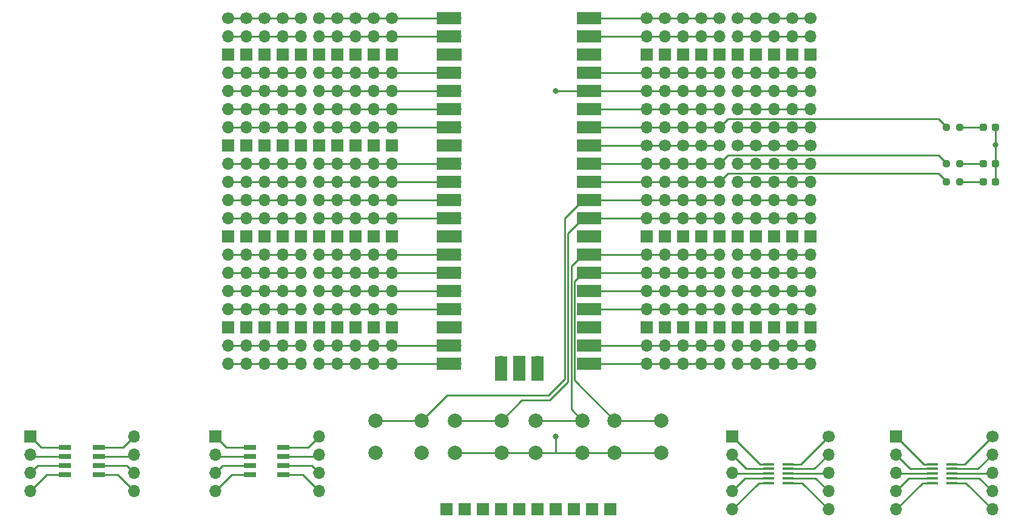
<source format=gbr>
%TF.GenerationSoftware,KiCad,Pcbnew,7.0.5-7.0.5~ubuntu22.04.1*%
%TF.CreationDate,2023-07-14T20:09:26+02:00*%
%TF.ProjectId,pico_breakout,7069636f-5f62-4726-9561-6b6f75742e6b,rev?*%
%TF.SameCoordinates,Original*%
%TF.FileFunction,Copper,L1,Top*%
%TF.FilePolarity,Positive*%
%FSLAX46Y46*%
G04 Gerber Fmt 4.6, Leading zero omitted, Abs format (unit mm)*
G04 Created by KiCad (PCBNEW 7.0.5-7.0.5~ubuntu22.04.1) date 2023-07-14 20:09:26*
%MOMM*%
%LPD*%
G01*
G04 APERTURE LIST*
G04 Aperture macros list*
%AMRoundRect*
0 Rectangle with rounded corners*
0 $1 Rounding radius*
0 $2 $3 $4 $5 $6 $7 $8 $9 X,Y pos of 4 corners*
0 Add a 4 corners polygon primitive as box body*
4,1,4,$2,$3,$4,$5,$6,$7,$8,$9,$2,$3,0*
0 Add four circle primitives for the rounded corners*
1,1,$1+$1,$2,$3*
1,1,$1+$1,$4,$5*
1,1,$1+$1,$6,$7*
1,1,$1+$1,$8,$9*
0 Add four rect primitives between the rounded corners*
20,1,$1+$1,$2,$3,$4,$5,0*
20,1,$1+$1,$4,$5,$6,$7,0*
20,1,$1+$1,$6,$7,$8,$9,0*
20,1,$1+$1,$8,$9,$2,$3,0*%
G04 Aperture macros list end*
%TA.AperFunction,ComponentPad*%
%ADD10R,1.700000X1.700000*%
%TD*%
%TA.AperFunction,SMDPad,CuDef*%
%ADD11R,1.780000X0.720000*%
%TD*%
%TA.AperFunction,ComponentPad*%
%ADD12O,1.700000X1.700000*%
%TD*%
%TA.AperFunction,SMDPad,CuDef*%
%ADD13R,3.500000X1.700000*%
%TD*%
%TA.AperFunction,SMDPad,CuDef*%
%ADD14R,1.700000X3.500000*%
%TD*%
%TA.AperFunction,SMDPad,CuDef*%
%ADD15RoundRect,0.237500X0.287500X0.237500X-0.287500X0.237500X-0.287500X-0.237500X0.287500X-0.237500X0*%
%TD*%
%TA.AperFunction,SMDPad,CuDef*%
%ADD16RoundRect,0.237500X-0.250000X-0.237500X0.250000X-0.237500X0.250000X0.237500X-0.250000X0.237500X0*%
%TD*%
%TA.AperFunction,ComponentPad*%
%ADD17C,1.700000*%
%TD*%
%TA.AperFunction,ComponentPad*%
%ADD18C,2.000000*%
%TD*%
%TA.AperFunction,SMDPad,CuDef*%
%ADD19R,1.560000X0.400000*%
%TD*%
%TA.AperFunction,ViaPad*%
%ADD20C,0.800000*%
%TD*%
%TA.AperFunction,Conductor*%
%ADD21C,0.250000*%
%TD*%
G04 APERTURE END LIST*
D10*
%TO.P,SO-8,1*%
%TO.N,SO-8-2-1*%
X84582000Y-93980000D03*
D11*
X89422534Y-95509929D03*
D12*
%TO.P,SO-8,2*%
%TO.N,SO-8-2-2*%
X84582000Y-96520000D03*
D11*
X89422534Y-96779929D03*
D12*
%TO.P,SO-8,3*%
%TO.N,SO-8-2-3*%
X84582000Y-99060000D03*
D11*
X89422534Y-98049929D03*
D12*
%TO.P,SO-8,4*%
%TO.N,SO-8-2-4*%
X84582000Y-101600000D03*
D11*
X89422534Y-99319929D03*
%TO.P,SO-8,5*%
%TO.N,SO-8-2-5*%
X94102534Y-99319929D03*
D12*
X99060000Y-101600000D03*
D11*
%TO.P,SO-8,6*%
%TO.N,SO-8-2-6*%
X94102534Y-98049929D03*
D12*
X99060000Y-99060000D03*
D11*
%TO.P,SO-8,7*%
%TO.N,SO-8-2-7*%
X94102534Y-96779929D03*
D12*
X99060000Y-96520000D03*
D11*
%TO.P,SO-8,8*%
%TO.N,SO-8-2-8*%
X94102534Y-95509929D03*
D12*
X99060000Y-93980000D03*
%TD*%
%TO.P,U1,1,GPIO0*%
%TO.N,/GPIO0*%
X118110000Y-35560000D03*
D13*
X117210000Y-35560000D03*
D12*
%TO.P,U1,2,GPIO1*%
%TO.N,/GPIO1*%
X118110000Y-38100000D03*
D13*
X117210000Y-38100000D03*
D10*
%TO.P,U1,3,GND*%
%TO.N,GND*%
X118110000Y-40640000D03*
D13*
X117210000Y-40640000D03*
D12*
%TO.P,U1,4,GPIO2*%
%TO.N,/GPIO2*%
X118110000Y-43180000D03*
D13*
X117210000Y-43180000D03*
D12*
%TO.P,U1,5,GPIO3*%
%TO.N,/GPIO3*%
X118110000Y-45720000D03*
D13*
X117210000Y-45720000D03*
D12*
%TO.P,U1,6,GPIO4*%
%TO.N,/GPIO4*%
X118110000Y-48260000D03*
D13*
X117210000Y-48260000D03*
D12*
%TO.P,U1,7,GPIO5*%
%TO.N,/GPIO5*%
X118110000Y-50800000D03*
D13*
X117210000Y-50800000D03*
D10*
%TO.P,U1,8,GND*%
%TO.N,GND*%
X118110000Y-53340000D03*
D13*
X117210000Y-53340000D03*
D12*
%TO.P,U1,9,GPIO6*%
%TO.N,/GPIO6*%
X118110000Y-55880000D03*
D13*
X117210000Y-55880000D03*
D12*
%TO.P,U1,10,GPIO7*%
%TO.N,/GPIO7*%
X118110000Y-58420000D03*
D13*
X117210000Y-58420000D03*
D12*
%TO.P,U1,11,GPIO8*%
%TO.N,/GPIO8*%
X118110000Y-60960000D03*
D13*
X117210000Y-60960000D03*
D12*
%TO.P,U1,12,GPIO9*%
%TO.N,/GPIO9*%
X118110000Y-63500000D03*
D13*
X117210000Y-63500000D03*
D10*
%TO.P,U1,13,GND*%
%TO.N,GND*%
X118110000Y-66040000D03*
D13*
X117210000Y-66040000D03*
D12*
%TO.P,U1,14,GPIO10*%
%TO.N,/GPIO10*%
X118110000Y-68580000D03*
D13*
X117210000Y-68580000D03*
D12*
%TO.P,U1,15,GPIO11*%
%TO.N,/GPIO11*%
X118110000Y-71120000D03*
D13*
X117210000Y-71120000D03*
D12*
%TO.P,U1,16,GPIO12*%
%TO.N,/GPIO12*%
X118110000Y-73660000D03*
D13*
X117210000Y-73660000D03*
D12*
%TO.P,U1,17,GPIO13*%
%TO.N,/GPIO13*%
X118110000Y-76200000D03*
D13*
X117210000Y-76200000D03*
D10*
%TO.P,U1,18,GND*%
%TO.N,GND*%
X118110000Y-78740000D03*
D13*
X117210000Y-78740000D03*
D12*
%TO.P,U1,19,GPIO14*%
%TO.N,/GPIO14*%
X118110000Y-81280000D03*
D13*
X117210000Y-81280000D03*
D12*
%TO.P,U1,20,GPIO15*%
%TO.N,/GPIO15*%
X118110000Y-83820000D03*
D13*
X117210000Y-83820000D03*
D12*
%TO.P,U1,21,GPIO16*%
%TO.N,/GPIO16*%
X135890000Y-83820000D03*
D13*
X136790000Y-83820000D03*
D12*
%TO.P,U1,22,GPIO17*%
%TO.N,/GPIO17*%
X135890000Y-81280000D03*
D13*
X136790000Y-81280000D03*
D10*
%TO.P,U1,23,GND*%
%TO.N,GND*%
X135890000Y-78740000D03*
D13*
X136790000Y-78740000D03*
D12*
%TO.P,U1,24,GPIO18*%
%TO.N,/GPIO18*%
X135890000Y-76200000D03*
D13*
X136790000Y-76200000D03*
D12*
%TO.P,U1,25,GPIO19*%
%TO.N,/GPIO19*%
X135890000Y-73660000D03*
D13*
X136790000Y-73660000D03*
D12*
%TO.P,U1,26,GPIO20*%
%TO.N,/GPIO20*%
X135890000Y-71120000D03*
D13*
X136790000Y-71120000D03*
D12*
%TO.P,U1,27,GPIO21*%
%TO.N,/GPIO21*%
X135890000Y-68580000D03*
D13*
X136790000Y-68580000D03*
D10*
%TO.P,U1,28,GND*%
%TO.N,GND*%
X135890000Y-66040000D03*
D13*
X136790000Y-66040000D03*
D12*
%TO.P,U1,29,GPIO22*%
%TO.N,/GPIO22*%
X135890000Y-63500000D03*
D13*
X136790000Y-63500000D03*
D12*
%TO.P,U1,30,RUN*%
%TO.N,/RUN*%
X135890000Y-60960000D03*
D13*
X136790000Y-60960000D03*
D12*
%TO.P,U1,31,GPIO26_ADC0*%
%TO.N,/GPIO26*%
X135890000Y-58420000D03*
D13*
X136790000Y-58420000D03*
D12*
%TO.P,U1,32,GPIO27_ADC1*%
%TO.N,/GPIO27*%
X135890000Y-55880000D03*
D13*
X136790000Y-55880000D03*
D10*
%TO.P,U1,33,AGND*%
%TO.N,Net-(J2-Pin_8)*%
X135890000Y-53340000D03*
D13*
X136790000Y-53340000D03*
D12*
%TO.P,U1,34,GPIO28_ADC2*%
%TO.N,/GPIO28*%
X135890000Y-50800000D03*
D13*
X136790000Y-50800000D03*
D12*
%TO.P,U1,35,ADC_VREF*%
%TO.N,/ADC_VREF*%
X135890000Y-48260000D03*
D13*
X136790000Y-48260000D03*
D12*
%TO.P,U1,36,3V3*%
%TO.N,/3V3*%
X135890000Y-45720000D03*
D13*
X136790000Y-45720000D03*
D12*
%TO.P,U1,37,3V3_EN*%
%TO.N,/3V3_EN*%
X135890000Y-43180000D03*
D13*
X136790000Y-43180000D03*
D10*
%TO.P,U1,38,GND*%
%TO.N,GND*%
X135890000Y-40640000D03*
D13*
X136790000Y-40640000D03*
D12*
%TO.P,U1,39,VSYS*%
%TO.N,/VSYS*%
X135890000Y-38100000D03*
D13*
X136790000Y-38100000D03*
D12*
%TO.P,U1,40,VBUS*%
%TO.N,/VBUS*%
X135890000Y-35560000D03*
D13*
X136790000Y-35560000D03*
D12*
%TO.P,U1,41,SWCLK*%
%TO.N,unconnected-(U1-SWCLK-Pad41)*%
X124460000Y-83590000D03*
D14*
X124460000Y-84490000D03*
D10*
%TO.P,U1,42,GND*%
%TO.N,GND*%
X127000000Y-83590000D03*
D14*
X127000000Y-84490000D03*
D12*
%TO.P,U1,43,SWDIO*%
%TO.N,unconnected-(U1-SWDIO-Pad43)*%
X129540000Y-83590000D03*
D14*
X129540000Y-84490000D03*
%TD*%
D10*
%TO.P,SO-8,1*%
%TO.N,SO-8-1-1*%
X58801000Y-93980000D03*
D11*
X63641534Y-95509929D03*
D12*
%TO.P,SO-8,2*%
%TO.N,SO-8-1-2*%
X58801000Y-96520000D03*
D11*
X63641534Y-96779929D03*
D12*
%TO.P,SO-8,3*%
%TO.N,SO-8-1-3*%
X58801000Y-99060000D03*
D11*
X63641534Y-98049929D03*
D12*
%TO.P,SO-8,4*%
%TO.N,SO-8-1-4*%
X58801000Y-101600000D03*
D11*
X63641534Y-99319929D03*
%TO.P,SO-8,5*%
%TO.N,SO-8-1-5*%
X68321534Y-99319929D03*
D12*
X73279000Y-101600000D03*
D11*
%TO.P,SO-8,6*%
%TO.N,SO-8-1-6*%
X68321534Y-98049929D03*
D12*
X73279000Y-99060000D03*
D11*
%TO.P,SO-8,7*%
%TO.N,SO-8-1-7*%
X68321534Y-96779929D03*
D12*
X73279000Y-96520000D03*
D11*
%TO.P,SO-8,8*%
%TO.N,SO-8-1-8*%
X68321534Y-95509929D03*
D12*
X73279000Y-93980000D03*
%TD*%
D15*
%TO.P,D2,1,K*%
%TO.N,GND*%
X193520000Y-55880000D03*
%TO.P,D2,2,A*%
%TO.N,Net-(D2-A)*%
X191770000Y-55880000D03*
%TD*%
D16*
%TO.P,R1,1*%
%TO.N,/GPIO26*%
X186652500Y-58420000D03*
%TO.P,R1,2*%
%TO.N,Net-(D1-A)*%
X188477500Y-58420000D03*
%TD*%
D17*
%TO.P,J4,1,Pin_1*%
%TO.N,unconnected-(J4-Pin_1-Pad1)*%
X157480000Y-35560000D03*
X160020000Y-35560000D03*
X162560000Y-35560000D03*
X165100000Y-35560000D03*
X167640000Y-35560000D03*
D12*
%TO.P,J4,2,Pin_2*%
%TO.N,unconnected-(J4-Pin_2-Pad2)*%
X157480000Y-38100000D03*
X160020000Y-38100000D03*
X162560000Y-38100000D03*
X165100000Y-38100000D03*
X167640000Y-38100000D03*
D10*
%TO.P,J4,3,Pin_3*%
%TO.N,GND*%
X157480000Y-40640000D03*
X160020000Y-40640000D03*
X162560000Y-40640000D03*
X165100000Y-40640000D03*
X167640000Y-40640000D03*
D12*
%TO.P,J4,4,Pin_4*%
%TO.N,unconnected-(J4-Pin_4-Pad4)*%
X157480000Y-43180000D03*
X160020000Y-43180000D03*
X162560000Y-43180000D03*
X165100000Y-43180000D03*
X167640000Y-43180000D03*
%TO.P,J4,5,Pin_5*%
%TO.N,unconnected-(J4-Pin_5-Pad5)*%
X157480000Y-45720000D03*
X160020000Y-45720000D03*
X162560000Y-45720000D03*
X165100000Y-45720000D03*
X167640000Y-45720000D03*
%TO.P,J4,6,Pin_6*%
%TO.N,unconnected-(J4-Pin_6-Pad6)*%
X157480000Y-48260000D03*
X160020000Y-48260000D03*
X162560000Y-48260000D03*
X165100000Y-48260000D03*
X167640000Y-48260000D03*
%TO.P,J4,7,Pin_7*%
%TO.N,unconnected-(J4-Pin_7-Pad7)*%
X157480000Y-50800000D03*
X160020000Y-50800000D03*
X162560000Y-50800000D03*
X165100000Y-50800000D03*
X167640000Y-50800000D03*
D17*
%TO.P,J4,8,Pin_8*%
%TO.N,unconnected-(J4-Pin_8-Pad8)*%
X157480000Y-53340000D03*
X160020000Y-53340000D03*
X162560000Y-53340000D03*
X165100000Y-53340000D03*
X167640000Y-53340000D03*
D12*
%TO.P,J4,9,Pin_9*%
%TO.N,unconnected-(J4-Pin_9-Pad9)*%
X157480000Y-55880000D03*
X160020000Y-55880000D03*
X162560000Y-55880000D03*
X165100000Y-55880000D03*
X167640000Y-55880000D03*
%TO.P,J4,10,Pin_10*%
%TO.N,unconnected-(J4-Pin_10-Pad10)*%
X157480000Y-58420000D03*
X160020000Y-58420000D03*
X162560000Y-58420000D03*
X165100000Y-58420000D03*
X167640000Y-58420000D03*
%TO.P,J4,11,Pin_11*%
%TO.N,unconnected-(J4-Pin_11-Pad11)*%
X157480000Y-60960000D03*
X160020000Y-60960000D03*
X162560000Y-60960000D03*
X165100000Y-60960000D03*
X167640000Y-60960000D03*
%TO.P,J4,12,Pin_12*%
%TO.N,unconnected-(J4-Pin_12-Pad12)*%
X157480000Y-63500000D03*
X160020000Y-63500000D03*
X162560000Y-63500000D03*
X165100000Y-63500000D03*
X167640000Y-63500000D03*
D10*
%TO.P,J4,13,Pin_13*%
%TO.N,GND*%
X157480000Y-66040000D03*
X160020000Y-66040000D03*
X162560000Y-66040000D03*
X165100000Y-66040000D03*
X167640000Y-66040000D03*
D12*
%TO.P,J4,14,Pin_14*%
%TO.N,unconnected-(J4-Pin_14-Pad14)*%
X157480000Y-68580000D03*
X160020000Y-68580000D03*
X162560000Y-68580000D03*
X165100000Y-68580000D03*
X167640000Y-68580000D03*
%TO.P,J4,15,Pin_15*%
%TO.N,unconnected-(J4-Pin_15-Pad15)*%
X157480000Y-71120000D03*
X160020000Y-71120000D03*
X162560000Y-71120000D03*
X165100000Y-71120000D03*
X167640000Y-71120000D03*
%TO.P,J4,16,Pin_16*%
%TO.N,unconnected-(J4-Pin_16-Pad16)*%
X157480000Y-73660000D03*
X160020000Y-73660000D03*
X162560000Y-73660000D03*
X165100000Y-73660000D03*
X167640000Y-73660000D03*
%TO.P,J4,17,Pin_17*%
%TO.N,unconnected-(J4-Pin_17-Pad17)*%
X157480000Y-76200000D03*
X160020000Y-76200000D03*
X162560000Y-76200000D03*
X165100000Y-76200000D03*
X167640000Y-76200000D03*
D10*
%TO.P,J4,18,Pin_18*%
%TO.N,GND*%
X157480000Y-78740000D03*
X160020000Y-78740000D03*
X162560000Y-78740000D03*
X165100000Y-78740000D03*
X167640000Y-78740000D03*
D12*
%TO.P,J4,19,Pin_19*%
%TO.N,unconnected-(J4-Pin_19-Pad19)*%
X157480000Y-81280000D03*
X160020000Y-81280000D03*
X162560000Y-81280000D03*
X165100000Y-81280000D03*
X167640000Y-81280000D03*
%TO.P,J4,20,Pin_20*%
%TO.N,unconnected-(J4-Pin_20-Pad20)*%
X157480000Y-83820000D03*
X160020000Y-83820000D03*
X162560000Y-83820000D03*
X165100000Y-83820000D03*
X167640000Y-83820000D03*
%TD*%
D15*
%TO.P,D3,1,K*%
%TO.N,GND*%
X193520000Y-50800000D03*
%TO.P,D3,2,A*%
%TO.N,Net-(D3-A)*%
X191770000Y-50800000D03*
%TD*%
D16*
%TO.P,R3,1*%
%TO.N,/GPIO28*%
X186652500Y-50800000D03*
%TO.P,R3,2*%
%TO.N,Net-(D3-A)*%
X188477500Y-50800000D03*
%TD*%
D17*
%TO.P,J2,1,Pin_1*%
%TO.N,/VBUS*%
X144780000Y-35560000D03*
X147320000Y-35560000D03*
X149860000Y-35560000D03*
X152400000Y-35560000D03*
X154940000Y-35560000D03*
D12*
%TO.P,J2,2,Pin_2*%
%TO.N,/VSYS*%
X144780000Y-38100000D03*
X147320000Y-38100000D03*
X149860000Y-38100000D03*
X152400000Y-38100000D03*
X154940000Y-38100000D03*
D10*
%TO.P,J2,3,Pin_3*%
%TO.N,GND*%
X144780000Y-40640000D03*
X147320000Y-40640000D03*
X149860000Y-40640000D03*
X152400000Y-40640000D03*
X154940000Y-40640000D03*
D12*
%TO.P,J2,4,Pin_4*%
%TO.N,/3V3_EN*%
X144780000Y-43180000D03*
X147320000Y-43180000D03*
X149860000Y-43180000D03*
X152400000Y-43180000D03*
X154940000Y-43180000D03*
%TO.P,J2,5,Pin_5*%
%TO.N,/3V3*%
X144780000Y-45720000D03*
X147320000Y-45720000D03*
X149860000Y-45720000D03*
X152400000Y-45720000D03*
X154940000Y-45720000D03*
%TO.P,J2,6,Pin_6*%
%TO.N,/ADC_VREF*%
X144780000Y-48260000D03*
X147320000Y-48260000D03*
X149860000Y-48260000D03*
X152400000Y-48260000D03*
X154940000Y-48260000D03*
%TO.P,J2,7,Pin_7*%
%TO.N,/GPIO28*%
X144780000Y-50800000D03*
X147320000Y-50800000D03*
X149860000Y-50800000D03*
X152400000Y-50800000D03*
X154940000Y-50800000D03*
D17*
%TO.P,J2,8,Pin_8*%
%TO.N,Net-(J2-Pin_8)*%
X144780000Y-53340000D03*
X147320000Y-53340000D03*
X149860000Y-53340000D03*
X152400000Y-53340000D03*
X154940000Y-53340000D03*
D12*
%TO.P,J2,9,Pin_9*%
%TO.N,/GPIO27*%
X144780000Y-55880000D03*
X147320000Y-55880000D03*
X149860000Y-55880000D03*
X152400000Y-55880000D03*
X154940000Y-55880000D03*
%TO.P,J2,10,Pin_10*%
%TO.N,/GPIO26*%
X144780000Y-58420000D03*
X147320000Y-58420000D03*
X149860000Y-58420000D03*
X152400000Y-58420000D03*
X154940000Y-58420000D03*
%TO.P,J2,11,Pin_11*%
%TO.N,/RUN*%
X144780000Y-60960000D03*
X147320000Y-60960000D03*
X149860000Y-60960000D03*
X152400000Y-60960000D03*
X154940000Y-60960000D03*
%TO.P,J2,12,Pin_12*%
%TO.N,/GPIO22*%
X144780000Y-63500000D03*
X147320000Y-63500000D03*
X149860000Y-63500000D03*
X152400000Y-63500000D03*
X154940000Y-63500000D03*
D10*
%TO.P,J2,13,Pin_13*%
%TO.N,GND*%
X144780000Y-66040000D03*
X147320000Y-66040000D03*
X149860000Y-66040000D03*
X152400000Y-66040000D03*
X154940000Y-66040000D03*
D12*
%TO.P,J2,14,Pin_14*%
%TO.N,/GPIO21*%
X144780000Y-68580000D03*
X147320000Y-68580000D03*
X149860000Y-68580000D03*
X152400000Y-68580000D03*
X154940000Y-68580000D03*
%TO.P,J2,15,Pin_15*%
%TO.N,/GPIO20*%
X144780000Y-71120000D03*
X147320000Y-71120000D03*
X149860000Y-71120000D03*
X152400000Y-71120000D03*
X154940000Y-71120000D03*
%TO.P,J2,16,Pin_16*%
%TO.N,/GPIO19*%
X144780000Y-73660000D03*
X147320000Y-73660000D03*
X149860000Y-73660000D03*
X152400000Y-73660000D03*
X154940000Y-73660000D03*
%TO.P,J2,17,Pin_17*%
%TO.N,/GPIO18*%
X144780000Y-76200000D03*
X147320000Y-76200000D03*
X149860000Y-76200000D03*
X152400000Y-76200000D03*
X154940000Y-76200000D03*
D10*
%TO.P,J2,18,Pin_18*%
%TO.N,GND*%
X144780000Y-78740000D03*
X147320000Y-78740000D03*
X149860000Y-78740000D03*
X152400000Y-78740000D03*
X154940000Y-78740000D03*
D12*
%TO.P,J2,19,Pin_19*%
%TO.N,/GPIO17*%
X144780000Y-81280000D03*
X147320000Y-81280000D03*
X149860000Y-81280000D03*
X152400000Y-81280000D03*
X154940000Y-81280000D03*
%TO.P,J2,20,Pin_20*%
%TO.N,/GPIO16*%
X144780000Y-83820000D03*
X147320000Y-83820000D03*
X149860000Y-83820000D03*
X152400000Y-83820000D03*
X154940000Y-83820000D03*
%TD*%
D17*
%TO.P,J3,1,Pin_1*%
%TO.N,unconnected-(J3-Pin_1-Pad1)*%
X86360000Y-35560000D03*
X88900000Y-35560000D03*
X91440000Y-35560000D03*
X93980000Y-35560000D03*
X96520000Y-35560000D03*
D12*
%TO.P,J3,2,Pin_2*%
%TO.N,unconnected-(J3-Pin_2-Pad2)*%
X86360000Y-38100000D03*
X88900000Y-38100000D03*
X91440000Y-38100000D03*
X93980000Y-38100000D03*
X96520000Y-38100000D03*
D10*
%TO.P,J3,3,Pin_3*%
%TO.N,GND*%
X86360000Y-40640000D03*
X88900000Y-40640000D03*
X91440000Y-40640000D03*
X93980000Y-40640000D03*
X96520000Y-40640000D03*
D12*
%TO.P,J3,4,Pin_4*%
%TO.N,unconnected-(J3-Pin_4-Pad4)*%
X86360000Y-43180000D03*
X88900000Y-43180000D03*
X91440000Y-43180000D03*
X93980000Y-43180000D03*
X96520000Y-43180000D03*
%TO.P,J3,5,Pin_5*%
%TO.N,unconnected-(J3-Pin_5-Pad5)*%
X86360000Y-45720000D03*
X88900000Y-45720000D03*
X91440000Y-45720000D03*
X93980000Y-45720000D03*
X96520000Y-45720000D03*
%TO.P,J3,6,Pin_6*%
%TO.N,unconnected-(J3-Pin_6-Pad6)*%
X86360000Y-48260000D03*
X88900000Y-48260000D03*
X91440000Y-48260000D03*
X93980000Y-48260000D03*
X96520000Y-48260000D03*
%TO.P,J3,7,Pin_7*%
%TO.N,unconnected-(J3-Pin_7-Pad7)*%
X86360000Y-50800000D03*
X88900000Y-50800000D03*
X91440000Y-50800000D03*
X93980000Y-50800000D03*
X96520000Y-50800000D03*
D10*
%TO.P,J3,8,Pin_8*%
%TO.N,GND*%
X86360000Y-53340000D03*
X88900000Y-53340000D03*
X91440000Y-53340000D03*
X93980000Y-53340000D03*
X96520000Y-53340000D03*
D12*
%TO.P,J3,9,Pin_9*%
%TO.N,unconnected-(J3-Pin_9-Pad9)*%
X86360000Y-55880000D03*
X88900000Y-55880000D03*
X91440000Y-55880000D03*
X93980000Y-55880000D03*
X96520000Y-55880000D03*
%TO.P,J3,10,Pin_10*%
%TO.N,unconnected-(J3-Pin_10-Pad10)*%
X86360000Y-58420000D03*
X88900000Y-58420000D03*
X91440000Y-58420000D03*
X93980000Y-58420000D03*
X96520000Y-58420000D03*
%TO.P,J3,11,Pin_11*%
%TO.N,unconnected-(J3-Pin_11-Pad11)*%
X86360000Y-60960000D03*
X88900000Y-60960000D03*
X91440000Y-60960000D03*
X93980000Y-60960000D03*
X96520000Y-60960000D03*
%TO.P,J3,12,Pin_12*%
%TO.N,unconnected-(J3-Pin_12-Pad12)*%
X86360000Y-63500000D03*
X88900000Y-63500000D03*
X91440000Y-63500000D03*
X93980000Y-63500000D03*
X96520000Y-63500000D03*
D10*
%TO.P,J3,13,Pin_13*%
%TO.N,GND*%
X86360000Y-66040000D03*
X88900000Y-66040000D03*
X91440000Y-66040000D03*
X93980000Y-66040000D03*
X96520000Y-66040000D03*
D12*
%TO.P,J3,14,Pin_14*%
%TO.N,unconnected-(J3-Pin_14-Pad14)*%
X86360000Y-68580000D03*
X88900000Y-68580000D03*
X91440000Y-68580000D03*
X93980000Y-68580000D03*
X96520000Y-68580000D03*
%TO.P,J3,15,Pin_15*%
%TO.N,unconnected-(J3-Pin_15-Pad15)*%
X86360000Y-71120000D03*
X88900000Y-71120000D03*
X91440000Y-71120000D03*
X93980000Y-71120000D03*
X96520000Y-71120000D03*
%TO.P,J3,16,Pin_16*%
%TO.N,unconnected-(J3-Pin_16-Pad16)*%
X86360000Y-73660000D03*
X88900000Y-73660000D03*
X91440000Y-73660000D03*
X93980000Y-73660000D03*
X96520000Y-73660000D03*
%TO.P,J3,17,Pin_17*%
%TO.N,unconnected-(J3-Pin_17-Pad17)*%
X86360000Y-76200000D03*
X88900000Y-76200000D03*
X91440000Y-76200000D03*
X93980000Y-76200000D03*
X96520000Y-76200000D03*
D10*
%TO.P,J3,18,Pin_18*%
%TO.N,GND*%
X86360000Y-78740000D03*
X88900000Y-78740000D03*
X91440000Y-78740000D03*
X93980000Y-78740000D03*
X96520000Y-78740000D03*
D12*
%TO.P,J3,19,Pin_19*%
%TO.N,unconnected-(J3-Pin_19-Pad19)*%
X86360000Y-81280000D03*
X88900000Y-81280000D03*
X91440000Y-81280000D03*
X93980000Y-81280000D03*
X96520000Y-81280000D03*
%TO.P,J3,20,Pin_20*%
%TO.N,unconnected-(J3-Pin_20-Pad20)*%
X86360000Y-83820000D03*
X88900000Y-83820000D03*
X91440000Y-83820000D03*
X93980000Y-83820000D03*
X96520000Y-83820000D03*
%TD*%
D18*
%TO.P,SW1,1,1*%
%TO.N,/RUN*%
X106915524Y-91730000D03*
X113415524Y-91730000D03*
%TO.P,SW1,2,2*%
%TO.N,GND*%
X106915524Y-96230000D03*
X113415524Y-96230000D03*
%TD*%
%TO.P,SW2,1,1*%
%TO.N,/GPIO22*%
X118065524Y-91730000D03*
X124565524Y-91730000D03*
%TO.P,SW2,2,2*%
%TO.N,/3V3*%
X118065524Y-96230000D03*
X124565524Y-96230000D03*
%TD*%
%TO.P,SW4,1,1*%
%TO.N,/GPIO20*%
X140315524Y-91730000D03*
X146815524Y-91730000D03*
%TO.P,SW4,2,2*%
%TO.N,/3V3*%
X140315524Y-96230000D03*
X146815524Y-96230000D03*
%TD*%
D10*
%TO.P,SOT-32-10,1*%
%TO.N,SOT-32-1-1*%
X156740000Y-93980000D03*
D19*
X161820000Y-97837452D03*
D12*
%TO.P,SOT-32-10,2*%
%TO.N,SOT-32-1-2*%
X156740000Y-96520000D03*
D19*
X161820000Y-98487452D03*
D12*
%TO.P,SOT-32-10,3*%
%TO.N,SOT-32-1-3*%
X156740000Y-99060000D03*
D19*
X161820000Y-99147452D03*
D12*
%TO.P,SOT-32-10,4*%
%TO.N,SOT-32-1-4*%
X156740000Y-101600000D03*
D19*
X161820000Y-99797452D03*
D12*
%TO.P,SOT-32-10,5*%
%TO.N,SOT-32-1-5*%
X156740000Y-104140000D03*
D19*
X161820000Y-100442452D03*
%TO.P,SOT-32-10,6*%
%TO.N,SOT-32-1-6*%
X164520000Y-100442452D03*
D12*
X170180000Y-104140000D03*
D19*
%TO.P,SOT-32-10,7*%
%TO.N,SOT-32-1-7*%
X164520000Y-99797452D03*
D12*
X170180000Y-101600000D03*
D19*
%TO.P,SOT-32-10,8*%
%TO.N,SOT-32-1-8*%
X164520000Y-99147452D03*
D12*
X170180000Y-99060000D03*
D19*
%TO.P,SOT-32-10,9*%
%TO.N,SOT-32-1-9*%
X164520000Y-98487452D03*
D12*
X170180000Y-96520000D03*
D19*
%TO.P,SOT-32-10,10*%
%TO.N,SOT-32-1-10*%
X164520000Y-97837452D03*
D17*
X170180000Y-93980000D03*
%TD*%
%TO.P,J1,1,Pin_1*%
%TO.N,/GPIO0*%
X99060000Y-35560000D03*
X101600000Y-35560000D03*
X104140000Y-35560000D03*
X106680000Y-35560000D03*
X109220000Y-35560000D03*
D12*
%TO.P,J1,2,Pin_2*%
%TO.N,/GPIO1*%
X99060000Y-38100000D03*
X101600000Y-38100000D03*
X104140000Y-38100000D03*
X106680000Y-38100000D03*
X109220000Y-38100000D03*
D10*
%TO.P,J1,3,Pin_3*%
%TO.N,GND*%
X99060000Y-40640000D03*
X101600000Y-40640000D03*
X104140000Y-40640000D03*
X106680000Y-40640000D03*
X109220000Y-40640000D03*
D12*
%TO.P,J1,4,Pin_4*%
%TO.N,/GPIO2*%
X99060000Y-43180000D03*
X101600000Y-43180000D03*
X104140000Y-43180000D03*
X106680000Y-43180000D03*
X109220000Y-43180000D03*
%TO.P,J1,5,Pin_5*%
%TO.N,/GPIO3*%
X99060000Y-45720000D03*
X101600000Y-45720000D03*
X104140000Y-45720000D03*
X106680000Y-45720000D03*
X109220000Y-45720000D03*
%TO.P,J1,6,Pin_6*%
%TO.N,/GPIO4*%
X99060000Y-48260000D03*
X101600000Y-48260000D03*
X104140000Y-48260000D03*
X106680000Y-48260000D03*
X109220000Y-48260000D03*
%TO.P,J1,7,Pin_7*%
%TO.N,/GPIO5*%
X99060000Y-50800000D03*
X101600000Y-50800000D03*
X104140000Y-50800000D03*
X106680000Y-50800000D03*
X109220000Y-50800000D03*
D10*
%TO.P,J1,8,Pin_8*%
%TO.N,GND*%
X99060000Y-53340000D03*
X101600000Y-53340000D03*
X104140000Y-53340000D03*
X106680000Y-53340000D03*
X109220000Y-53340000D03*
D12*
%TO.P,J1,9,Pin_9*%
%TO.N,/GPIO6*%
X99060000Y-55880000D03*
X101600000Y-55880000D03*
X104140000Y-55880000D03*
X106680000Y-55880000D03*
X109220000Y-55880000D03*
%TO.P,J1,10,Pin_10*%
%TO.N,/GPIO7*%
X99060000Y-58420000D03*
X101600000Y-58420000D03*
X104140000Y-58420000D03*
X106680000Y-58420000D03*
X109220000Y-58420000D03*
%TO.P,J1,11,Pin_11*%
%TO.N,/GPIO8*%
X99060000Y-60960000D03*
X101600000Y-60960000D03*
X104140000Y-60960000D03*
X106680000Y-60960000D03*
X109220000Y-60960000D03*
%TO.P,J1,12,Pin_12*%
%TO.N,/GPIO9*%
X99060000Y-63500000D03*
X101600000Y-63500000D03*
X104140000Y-63500000D03*
X106680000Y-63500000D03*
X109220000Y-63500000D03*
D10*
%TO.P,J1,13,Pin_13*%
%TO.N,GND*%
X99060000Y-66040000D03*
X101600000Y-66040000D03*
X104140000Y-66040000D03*
X106680000Y-66040000D03*
X109220000Y-66040000D03*
D12*
%TO.P,J1,14,Pin_14*%
%TO.N,/GPIO10*%
X99060000Y-68580000D03*
X101600000Y-68580000D03*
X104140000Y-68580000D03*
X106680000Y-68580000D03*
X109220000Y-68580000D03*
%TO.P,J1,15,Pin_15*%
%TO.N,/GPIO11*%
X99060000Y-71120000D03*
X101600000Y-71120000D03*
X104140000Y-71120000D03*
X106680000Y-71120000D03*
X109220000Y-71120000D03*
%TO.P,J1,16,Pin_16*%
%TO.N,/GPIO12*%
X99060000Y-73660000D03*
X101600000Y-73660000D03*
X104140000Y-73660000D03*
X106680000Y-73660000D03*
X109220000Y-73660000D03*
%TO.P,J1,17,Pin_17*%
%TO.N,/GPIO13*%
X99060000Y-76200000D03*
X101600000Y-76200000D03*
X104140000Y-76200000D03*
X106680000Y-76200000D03*
X109220000Y-76200000D03*
D10*
%TO.P,J1,18,Pin_18*%
%TO.N,GND*%
X99060000Y-78740000D03*
X101600000Y-78740000D03*
X104140000Y-78740000D03*
X106680000Y-78740000D03*
X109220000Y-78740000D03*
D12*
%TO.P,J1,19,Pin_19*%
%TO.N,/GPIO14*%
X99060000Y-81280000D03*
X101600000Y-81280000D03*
X104140000Y-81280000D03*
X106680000Y-81280000D03*
X109220000Y-81280000D03*
%TO.P,J1,20,Pin_20*%
%TO.N,/GPIO15*%
X99060000Y-83820000D03*
X101600000Y-83820000D03*
X104140000Y-83820000D03*
X106680000Y-83820000D03*
X109220000Y-83820000D03*
%TD*%
D10*
%TO.P,REF\u002A\u002A,1*%
%TO.N,GND*%
X116840000Y-104140000D03*
%TO.P,REF\u002A\u002A,2*%
X119380000Y-104140000D03*
%TO.P,REF\u002A\u002A,3*%
X121920000Y-104140000D03*
%TO.P,REF\u002A\u002A,4*%
X124460000Y-104140000D03*
%TO.P,REF\u002A\u002A,5*%
X127000000Y-104140000D03*
%TO.P,REF\u002A\u002A,6*%
X129540000Y-104140000D03*
%TO.P,REF\u002A\u002A,7*%
X132080000Y-104140000D03*
%TO.P,REF\u002A\u002A,8*%
X134620000Y-104140000D03*
%TO.P,REF\u002A\u002A,9*%
X137160000Y-104140000D03*
%TO.P,REF\u002A\u002A,10*%
X139700000Y-104140000D03*
%TD*%
D18*
%TO.P,SW3,1,1*%
%TO.N,/GPIO21*%
X129315524Y-91730000D03*
X135815524Y-91730000D03*
%TO.P,SW3,2,2*%
%TO.N,/3V3*%
X129315524Y-96230000D03*
X135815524Y-96230000D03*
%TD*%
D16*
%TO.P,R2,1*%
%TO.N,/GPIO27*%
X186652500Y-55880000D03*
%TO.P,R2,2*%
%TO.N,Net-(D2-A)*%
X188477500Y-55880000D03*
%TD*%
D15*
%TO.P,D1,1,K*%
%TO.N,GND*%
X193520000Y-58420000D03*
%TO.P,D1,2,A*%
%TO.N,Net-(D1-A)*%
X191770000Y-58420000D03*
%TD*%
D10*
%TO.P,SOT-32-10,1*%
%TO.N,SOT-32-2-1*%
X179600000Y-93980000D03*
D19*
X184680000Y-97837452D03*
D12*
%TO.P,SOT-32-10,2*%
%TO.N,SOT-32-2-2*%
X179600000Y-96520000D03*
D19*
X184680000Y-98487452D03*
D12*
%TO.P,SOT-32-10,3*%
%TO.N,SOT-32-2-3*%
X179600000Y-99060000D03*
D19*
X184680000Y-99147452D03*
D12*
%TO.P,SOT-32-10,4*%
%TO.N,SOT-32-2-4*%
X179600000Y-101600000D03*
D19*
X184680000Y-99797452D03*
D12*
%TO.P,SOT-32-10,5*%
%TO.N,SOT-32-2-5*%
X179600000Y-104140000D03*
D19*
X184680000Y-100442452D03*
%TO.P,SOT-32-10,6*%
%TO.N,SOT-32-2-6*%
X187380000Y-100442452D03*
D12*
X193040000Y-104140000D03*
D19*
%TO.P,SOT-32-10,7*%
%TO.N,SOT-32-2-7*%
X187380000Y-99797452D03*
D12*
X193040000Y-101600000D03*
D19*
%TO.P,SOT-32-10,8*%
%TO.N,SOT-32-2-8*%
X187380000Y-99147452D03*
D12*
X193040000Y-99060000D03*
D19*
%TO.P,SOT-32-10,9*%
%TO.N,SOT-32-2-9*%
X187380000Y-98487452D03*
D12*
X193040000Y-96520000D03*
D19*
%TO.P,SOT-32-10,10*%
%TO.N,SOT-32-2-10*%
X187380000Y-97837452D03*
D17*
X193040000Y-93980000D03*
%TD*%
D20*
%TO.N,GND*%
X193500085Y-53215397D03*
%TO.N,/3V3*%
X132080000Y-45720000D03*
X132080000Y-93980000D03*
%TD*%
D21*
%TO.N,GND*%
X193520000Y-50800000D02*
X193520000Y-53195482D01*
X193520000Y-53235312D02*
X193520000Y-55880000D01*
X193520000Y-58420000D02*
X193520000Y-55880000D01*
X193500085Y-53215397D02*
X193520000Y-53235312D01*
X193520000Y-53195482D02*
X193500085Y-53215397D01*
%TO.N,/GPIO0*%
X118110000Y-35560000D02*
X99060000Y-35560000D01*
%TO.N,/GPIO1*%
X99060000Y-38100000D02*
X118110000Y-38100000D01*
%TO.N,/GPIO2*%
X99060000Y-43180000D02*
X118110000Y-43180000D01*
%TO.N,/GPIO3*%
X118110000Y-45720000D02*
X99060000Y-45720000D01*
%TO.N,/GPIO4*%
X99060000Y-48260000D02*
X118110000Y-48260000D01*
%TO.N,/GPIO5*%
X118110000Y-50800000D02*
X99060000Y-50800000D01*
%TO.N,/GPIO6*%
X99060000Y-55880000D02*
X118110000Y-55880000D01*
%TO.N,/GPIO7*%
X118110000Y-58420000D02*
X99060000Y-58420000D01*
%TO.N,/GPIO8*%
X118110000Y-60960000D02*
X99060000Y-60960000D01*
%TO.N,/GPIO9*%
X118110000Y-63500000D02*
X99060000Y-63500000D01*
%TO.N,/GPIO10*%
X99060000Y-68580000D02*
X118110000Y-68580000D01*
%TO.N,/GPIO11*%
X118110000Y-71120000D02*
X99060000Y-71120000D01*
%TO.N,/GPIO12*%
X99060000Y-73660000D02*
X118110000Y-73660000D01*
%TO.N,/GPIO13*%
X118110000Y-76200000D02*
X99060000Y-76200000D01*
%TO.N,/GPIO14*%
X99060000Y-81280000D02*
X118110000Y-81280000D01*
%TO.N,/GPIO15*%
X118110000Y-83820000D02*
X99060000Y-83820000D01*
%TO.N,/VBUS*%
X154940000Y-35560000D02*
X135890000Y-35560000D01*
%TO.N,/VSYS*%
X135890000Y-38100000D02*
X154940000Y-38100000D01*
%TO.N,/3V3_EN*%
X154940000Y-43180000D02*
X135890000Y-43180000D01*
%TO.N,/3V3*%
X118065524Y-96230000D02*
X132087588Y-96230000D01*
X132080000Y-96222412D02*
X132087588Y-96230000D01*
X132087588Y-96230000D02*
X146815524Y-96230000D01*
X132080000Y-93980000D02*
X132080000Y-96222412D01*
X135890000Y-45720000D02*
X132080000Y-45720000D01*
X135890000Y-45720000D02*
X154940000Y-45720000D01*
%TO.N,/ADC_VREF*%
X154940000Y-48260000D02*
X135890000Y-48260000D01*
%TO.N,/GPIO28*%
X135890000Y-50800000D02*
X154940000Y-50800000D01*
X156115000Y-49625000D02*
X154940000Y-50800000D01*
X186690000Y-50800000D02*
X185515000Y-49625000D01*
X185515000Y-49625000D02*
X156115000Y-49625000D01*
%TO.N,Net-(J2-Pin_8)*%
X135890000Y-53340000D02*
X154940000Y-53340000D01*
%TO.N,/GPIO27*%
X186690000Y-55880000D02*
X185515000Y-54705000D01*
X185515000Y-54705000D02*
X156115000Y-54705000D01*
X156115000Y-54705000D02*
X154940000Y-55880000D01*
X135890000Y-55880000D02*
X154940000Y-55880000D01*
%TO.N,/GPIO26*%
X185515000Y-57245000D02*
X156115000Y-57245000D01*
X156115000Y-57245000D02*
X154940000Y-58420000D01*
X186690000Y-58420000D02*
X185515000Y-57245000D01*
X135890000Y-58420000D02*
X154940000Y-58420000D01*
%TO.N,/RUN*%
X113415524Y-91730000D02*
X116911077Y-88234447D01*
X133365000Y-85917545D02*
X133365000Y-63485000D01*
X133365000Y-63485000D02*
X135890000Y-60960000D01*
X131048098Y-88234447D02*
X133365000Y-85917545D01*
X113415524Y-91730000D02*
X106915524Y-91730000D01*
X116911077Y-88234447D02*
X131048098Y-88234447D01*
X135890000Y-60960000D02*
X154940000Y-60960000D01*
%TO.N,/GPIO22*%
X131275000Y-88900000D02*
X133815000Y-86360000D01*
X124565524Y-91730000D02*
X127395524Y-88900000D01*
X133815000Y-65575000D02*
X135890000Y-63500000D01*
X118065524Y-91730000D02*
X124565524Y-91730000D01*
X127395524Y-88900000D02*
X131275000Y-88900000D01*
X133815000Y-86360000D02*
X133815000Y-65575000D01*
X135890000Y-63500000D02*
X154940000Y-63500000D01*
%TO.N,/GPIO21*%
X135815524Y-91730000D02*
X134265000Y-90179476D01*
X129315524Y-91730000D02*
X135815524Y-91730000D01*
X134265000Y-70205000D02*
X135890000Y-68580000D01*
X134265000Y-90179476D02*
X134265000Y-70205000D01*
X154940000Y-68580000D02*
X135890000Y-68580000D01*
%TO.N,/GPIO20*%
X140315524Y-91730000D02*
X134715000Y-86129476D01*
X135890000Y-71120000D02*
X154940000Y-71120000D01*
X134715000Y-86129476D02*
X134715000Y-72295000D01*
X134715000Y-72295000D02*
X135890000Y-71120000D01*
X140315524Y-91730000D02*
X146815524Y-91730000D01*
%TO.N,/GPIO19*%
X154940000Y-73660000D02*
X135890000Y-73660000D01*
%TO.N,/GPIO18*%
X135890000Y-76200000D02*
X154940000Y-76200000D01*
%TO.N,/GPIO17*%
X154940000Y-81280000D02*
X135890000Y-81280000D01*
%TO.N,/GPIO16*%
X135890000Y-83820000D02*
X154940000Y-83820000D01*
%TO.N,unconnected-(J3-Pin_1-Pad1)*%
X86360000Y-35560000D02*
X96520000Y-35560000D01*
%TO.N,unconnected-(J3-Pin_2-Pad2)*%
X96520000Y-38100000D02*
X86360000Y-38100000D01*
%TO.N,unconnected-(J3-Pin_4-Pad4)*%
X86360000Y-43180000D02*
X96520000Y-43180000D01*
%TO.N,unconnected-(J3-Pin_5-Pad5)*%
X96520000Y-45720000D02*
X86360000Y-45720000D01*
%TO.N,unconnected-(J3-Pin_6-Pad6)*%
X86360000Y-48260000D02*
X96520000Y-48260000D01*
%TO.N,unconnected-(J3-Pin_7-Pad7)*%
X96520000Y-50800000D02*
X86360000Y-50800000D01*
%TO.N,unconnected-(J3-Pin_9-Pad9)*%
X86360000Y-55880000D02*
X96520000Y-55880000D01*
%TO.N,unconnected-(J3-Pin_10-Pad10)*%
X86360000Y-58420000D02*
X96520000Y-58420000D01*
%TO.N,unconnected-(J3-Pin_11-Pad11)*%
X86360000Y-60960000D02*
X96520000Y-60960000D01*
%TO.N,unconnected-(J3-Pin_12-Pad12)*%
X96520000Y-63500000D02*
X86360000Y-63500000D01*
%TO.N,unconnected-(J3-Pin_14-Pad14)*%
X86360000Y-68580000D02*
X96520000Y-68580000D01*
%TO.N,unconnected-(J3-Pin_15-Pad15)*%
X96520000Y-71120000D02*
X86360000Y-71120000D01*
%TO.N,unconnected-(J3-Pin_16-Pad16)*%
X86360000Y-73660000D02*
X96520000Y-73660000D01*
%TO.N,unconnected-(J3-Pin_17-Pad17)*%
X96520000Y-76200000D02*
X86360000Y-76200000D01*
%TO.N,unconnected-(J3-Pin_19-Pad19)*%
X86360000Y-81280000D02*
X96520000Y-81280000D01*
%TO.N,unconnected-(J3-Pin_20-Pad20)*%
X96520000Y-83820000D02*
X86360000Y-83820000D01*
%TO.N,unconnected-(J4-Pin_1-Pad1)*%
X157480000Y-35560000D02*
X167640000Y-35560000D01*
%TO.N,unconnected-(J4-Pin_2-Pad2)*%
X167640000Y-38100000D02*
X157480000Y-38100000D01*
%TO.N,unconnected-(J4-Pin_4-Pad4)*%
X157480000Y-43180000D02*
X167640000Y-43180000D01*
%TO.N,unconnected-(J4-Pin_5-Pad5)*%
X167640000Y-45720000D02*
X157480000Y-45720000D01*
%TO.N,unconnected-(J4-Pin_6-Pad6)*%
X157480000Y-48260000D02*
X167640000Y-48260000D01*
%TO.N,unconnected-(J4-Pin_7-Pad7)*%
X167640000Y-50800000D02*
X157480000Y-50800000D01*
%TO.N,unconnected-(J4-Pin_8-Pad8)*%
X157480000Y-53340000D02*
X167640000Y-53340000D01*
%TO.N,unconnected-(J4-Pin_9-Pad9)*%
X167640000Y-55880000D02*
X157480000Y-55880000D01*
%TO.N,unconnected-(J4-Pin_10-Pad10)*%
X157480000Y-58420000D02*
X167640000Y-58420000D01*
%TO.N,unconnected-(J4-Pin_11-Pad11)*%
X167640000Y-60960000D02*
X157480000Y-60960000D01*
%TO.N,unconnected-(J4-Pin_12-Pad12)*%
X157480000Y-63500000D02*
X167640000Y-63500000D01*
%TO.N,unconnected-(J4-Pin_14-Pad14)*%
X167640000Y-68580000D02*
X157480000Y-68580000D01*
%TO.N,unconnected-(J4-Pin_15-Pad15)*%
X157480000Y-71120000D02*
X167640000Y-71120000D01*
%TO.N,unconnected-(J4-Pin_16-Pad16)*%
X167640000Y-73660000D02*
X157480000Y-73660000D01*
%TO.N,unconnected-(J4-Pin_17-Pad17)*%
X157480000Y-76200000D02*
X167640000Y-76200000D01*
%TO.N,unconnected-(J4-Pin_19-Pad19)*%
X167640000Y-81280000D02*
X157480000Y-81280000D01*
%TO.N,unconnected-(J4-Pin_20-Pad20)*%
X157480000Y-83820000D02*
X167640000Y-83820000D01*
%TO.N,Net-(D1-A)*%
X188440000Y-58420000D02*
X191770000Y-58420000D01*
%TO.N,Net-(D2-A)*%
X188440000Y-55880000D02*
X191770000Y-55880000D01*
%TO.N,Net-(D3-A)*%
X188440000Y-50800000D02*
X191770000Y-50800000D01*
%TO.N,SO-8-1-1*%
X63641534Y-95509929D02*
X60330929Y-95509929D01*
X60330929Y-95509929D02*
X58801000Y-93980000D01*
%TO.N,SO-8-1-2*%
X63641534Y-96779929D02*
X59060929Y-96779929D01*
X59060929Y-96779929D02*
X58801000Y-96520000D01*
%TO.N,SO-8-1-3*%
X59811071Y-98049929D02*
X58801000Y-99060000D01*
X63641534Y-98049929D02*
X59811071Y-98049929D01*
%TO.N,SO-8-1-4*%
X63641534Y-99319929D02*
X61081071Y-99319929D01*
X61081071Y-99319929D02*
X58801000Y-101600000D01*
%TO.N,SO-8-1-5*%
X68321534Y-99319929D02*
X70998929Y-99319929D01*
X70998929Y-99319929D02*
X73279000Y-101600000D01*
%TO.N,SO-8-1-6*%
X68321534Y-98049929D02*
X72268929Y-98049929D01*
X72268929Y-98049929D02*
X73279000Y-99060000D01*
%TO.N,SO-8-1-7*%
X73019071Y-96779929D02*
X73279000Y-96520000D01*
X68321534Y-96779929D02*
X73019071Y-96779929D01*
%TO.N,SO-8-1-8*%
X68321534Y-95509929D02*
X71749071Y-95509929D01*
X71749071Y-95509929D02*
X73279000Y-93980000D01*
%TO.N,SO-8-2-1*%
X89422534Y-95509929D02*
X86111929Y-95509929D01*
X86111929Y-95509929D02*
X84582000Y-93980000D01*
%TO.N,SO-8-2-2*%
X89422534Y-96779929D02*
X84841929Y-96779929D01*
X84841929Y-96779929D02*
X84582000Y-96520000D01*
%TO.N,SO-8-2-3*%
X85592071Y-98049929D02*
X84582000Y-99060000D01*
X89422534Y-98049929D02*
X85592071Y-98049929D01*
%TO.N,SO-8-2-4*%
X89422534Y-99319929D02*
X86862071Y-99319929D01*
X86862071Y-99319929D02*
X84582000Y-101600000D01*
%TO.N,SO-8-2-5*%
X96779929Y-99319929D02*
X99060000Y-101600000D01*
X94102534Y-99319929D02*
X96779929Y-99319929D01*
%TO.N,SO-8-2-6*%
X98049929Y-98049929D02*
X99060000Y-99060000D01*
X94102534Y-98049929D02*
X98049929Y-98049929D01*
%TO.N,SO-8-2-7*%
X94102534Y-96779929D02*
X98800071Y-96779929D01*
X98800071Y-96779929D02*
X99060000Y-96520000D01*
%TO.N,SO-8-2-8*%
X94102534Y-95509929D02*
X97530071Y-95509929D01*
X97530071Y-95509929D02*
X99060000Y-93980000D01*
%TO.N,SOT-32-1-1*%
X161820000Y-97837452D02*
X160597452Y-97837452D01*
X160597452Y-97837452D02*
X156740000Y-93980000D01*
%TO.N,SOT-32-1-2*%
X161820000Y-98487452D02*
X158707452Y-98487452D01*
X158707452Y-98487452D02*
X156740000Y-96520000D01*
%TO.N,SOT-32-1-3*%
X156827452Y-99147452D02*
X156740000Y-99060000D01*
X161820000Y-99147452D02*
X156827452Y-99147452D01*
%TO.N,SOT-32-1-4*%
X161820000Y-99797452D02*
X158542548Y-99797452D01*
X158542548Y-99797452D02*
X156740000Y-101600000D01*
%TO.N,SOT-32-1-5*%
X161820000Y-100442452D02*
X160437548Y-100442452D01*
X160437548Y-100442452D02*
X156740000Y-104140000D01*
%TO.N,SOT-32-1-6*%
X166482452Y-100442452D02*
X170180000Y-104140000D01*
X164520000Y-100442452D02*
X166482452Y-100442452D01*
%TO.N,SOT-32-1-7*%
X164520000Y-99797452D02*
X168377452Y-99797452D01*
X168377452Y-99797452D02*
X170180000Y-101600000D01*
%TO.N,SOT-32-1-8*%
X164520000Y-99147452D02*
X170092548Y-99147452D01*
X170092548Y-99147452D02*
X170180000Y-99060000D01*
%TO.N,SOT-32-1-9*%
X168212548Y-98487452D02*
X170180000Y-96520000D01*
X164520000Y-98487452D02*
X168212548Y-98487452D01*
%TO.N,SOT-32-1-10*%
X166322548Y-97837452D02*
X164520000Y-97837452D01*
X170180000Y-93980000D02*
X166322548Y-97837452D01*
%TO.N,SOT-32-2-1*%
X183457452Y-97837452D02*
X179600000Y-93980000D01*
X184680000Y-97837452D02*
X183457452Y-97837452D01*
%TO.N,SOT-32-2-2*%
X181567452Y-98487452D02*
X179600000Y-96520000D01*
X184680000Y-98487452D02*
X181567452Y-98487452D01*
%TO.N,SOT-32-2-3*%
X184680000Y-99147452D02*
X179687452Y-99147452D01*
X179687452Y-99147452D02*
X179600000Y-99060000D01*
%TO.N,SOT-32-2-4*%
X184680000Y-99797452D02*
X181402548Y-99797452D01*
X181402548Y-99797452D02*
X179600000Y-101600000D01*
%TO.N,SOT-32-2-5*%
X184680000Y-100442452D02*
X183297548Y-100442452D01*
X183297548Y-100442452D02*
X179600000Y-104140000D01*
%TO.N,SOT-32-2-6*%
X187380000Y-100442452D02*
X189342452Y-100442452D01*
X189342452Y-100442452D02*
X193040000Y-104140000D01*
%TO.N,SOT-32-2-7*%
X191237452Y-99797452D02*
X193040000Y-101600000D01*
X187380000Y-99797452D02*
X191237452Y-99797452D01*
%TO.N,SOT-32-2-8*%
X192952548Y-99147452D02*
X193040000Y-99060000D01*
X187380000Y-99147452D02*
X192952548Y-99147452D01*
%TO.N,SOT-32-2-9*%
X191072548Y-98487452D02*
X193040000Y-96520000D01*
X187380000Y-98487452D02*
X191072548Y-98487452D01*
%TO.N,SOT-32-2-10*%
X189182548Y-97837452D02*
X187380000Y-97837452D01*
X193040000Y-93980000D02*
X189182548Y-97837452D01*
%TD*%
M02*

</source>
